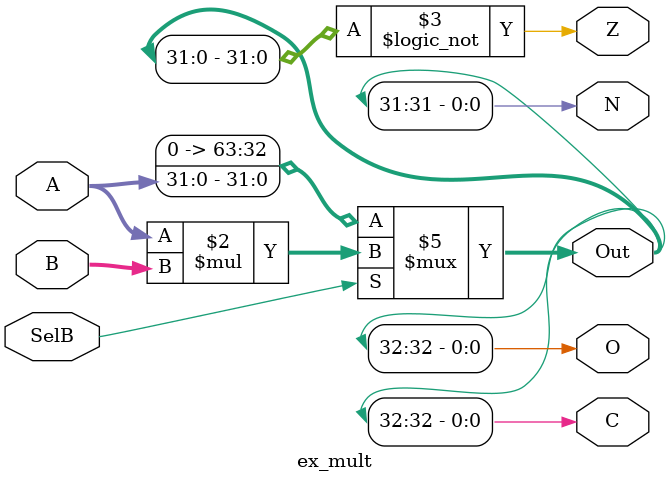
<source format=sv>

module ex_mult (
    input        [31:0] A   ,
                        B   ,
    input               SelB, // Enable B input, else multiply by 1
    output logic        C   ,
                        Z   ,
                        O   ,
                        N   ,
    output logic [63:0] Out
);

    always_comb
    begin

        if (SelB)
            Out   = A * B;
        else
            Out   = A;
        
        C = Out[32];
        Z = (Out[31:0] == 0);
        O = Out[32];
        N = Out[31];
        
    end

endmodule

</source>
